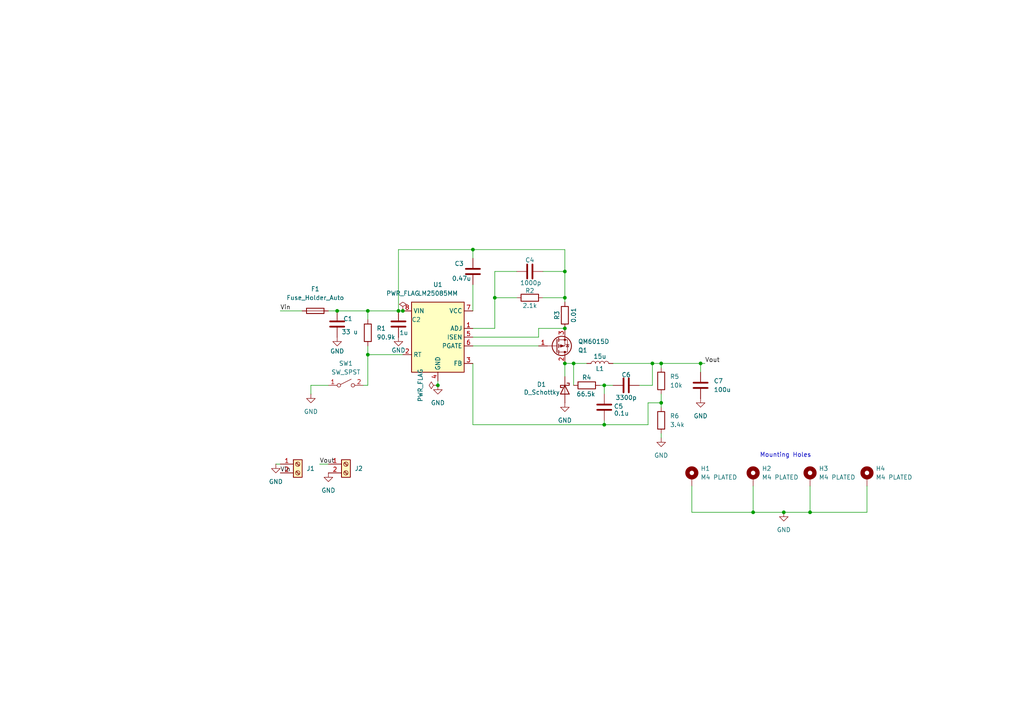
<source format=kicad_sch>
(kicad_sch (version 20250114) (generator "eeschema") (generator_version "9.0")
  (paper "A4")
  (lib_symbols
    (symbol "Device:C" (pin_numbers (hide yes)) (pin_names (offset 0.254))
      (property "Reference" "C" (at 0.635 2.54 0))
      (property "Value" "C" (at 0.635 -2.54 0))
      (symbol "C_0_1"
        (polyline (pts (xy -2.032 0.762) (xy 2.032 0.762)) (stroke (width 0.508)))
        (polyline (pts (xy -2.032 -0.762) (xy 2.032 -0.762)) (stroke (width 0.508)))
      )
      (symbol "C_1_1"
        (pin passive line (at 0 3.81 270) (length 2.794) (name "~") (number "1"))
        (pin passive line (at 0 -3.81 90) (length 2.794) (name "~") (number "2"))
      )
    )
    (symbol "Device:D_Schottky" (pin_numbers (hide yes)) (pin_names (offset 1.016) (hide yes))
      (property "Reference" "D" (at 0 2.54 0))
      (property "Value" "D_Schottky" (at 0 -2.54 0))
      (symbol "D_Schottky_0_1"
        (polyline (pts (xy -1.905 0.635) (xy -1.905 1.27) (xy -1.27 1.27) (xy -1.27 -1.27) (xy -0.635 -1.27) (xy -0.635 -0.635)) (stroke (width 0.254)))
        (polyline (pts (xy 1.27 1.27) (xy 1.27 -1.27) (xy -1.27 0) (xy 1.27 1.27)) (stroke (width 0.254)))
        (polyline (pts (xy 1.27 0) (xy -1.27 0)))
      )
      (symbol "D_Schottky_1_1"
        (pin passive line (at -3.81 0 0) (length 2.54) (name "K") (number "1"))
        (pin passive line (at 3.81 0 180) (length 2.54) (name "A") (number "2"))
      )
    )
    (symbol "Device:L" (pin_numbers (hide yes)) (pin_names (offset 1.016) (hide yes))
      (property "Reference" "L" (at -1.27 0 90))
      (property "Value" "L" (at 1.905 0 90))
      (symbol "L_0_1"
        (arc (start 0 2.54) (mid 0.6323 1.905) (end 0 1.27))
        (arc (start 0 1.27) (mid 0.6323 0.635) (end 0 0))
        (arc (start 0 0) (mid 0.6323 -0.635) (end 0 -1.27))
        (arc (start 0 -1.27) (mid 0.6323 -1.905) (end 0 -2.54))
      )
      (symbol "L_1_1"
        (pin passive line (at 0 3.81 270) (length 1.27) (name "1") (number "1"))
        (pin passive line (at 0 -3.81 90) (length 1.27) (name "2") (number "2"))
      )
    )
    (symbol "Modifications:LM25085MM_modified"
      (property "Reference" "U1" (at 0 15.24 0))
      (property "Value" "LM25085MM_modified" (at 0 12.7 0))
      (symbol "LM25085MM_modified_0_1"
        (rectangle (start -7.62 10.16) (end 7.62 -10.16) (stroke (width 0.254)) (fill (type background)))
      )
      (symbol "LM25085MM_modified_1_1"
        (pin power_in line (at -10.16 7.62 0) (length 2.54) (name "VIN") (number "8"))
        (pin input line (at -10.16 -5.08 0) (length 2.54) (name "RT") (number "2"))
        (pin power_in line (at 0 -12.7 90) (length 2.54) (name "GND") (number "4"))
        (pin power_out line (at 10.16 7.62 180) (length 2.54) (name "VCC") (number "7"))
        (pin input line (at 10.16 2.54 180) (length 2.54) (name "ADJ") (number "1"))
        (pin input line (at 10.16 0 180) (length 2.54) (name "ISEN") (number "5"))
        (pin output line (at 10.16 -2.54 180) (length 2.54) (name "PGATE") (number "6"))
        (pin input line (at 10.16 -7.62 180) (length 2.54) (name "FB") (number "3"))
      )
    )
    (symbol "Switch:SW_SPST" (pin_names (offset 0) (hide yes))
      (property "Reference" "SW" (at 0 3.175 0))
      (property "Value" "SW_SPST" (at 0 -2.54 0))
      (symbol "SW_SPST_0_0"
        (circle (center -2.032 0) (radius 0.508))
        (polyline (pts (xy -1.524 0.254) (xy 1.524 1.778)))
        (circle (center 2.032 0) (radius 0.508))
      )
      (symbol "SW_SPST_1_1"
        (pin passive line (at -5.08 0 0) (length 2.54) (name "A") (number "1"))
        (pin passive line (at 5.08 0 180) (length 2.54) (name "B") (number "2"))
      )
    )
    (symbol "Transistor_FET:QM6015D" (pin_names (hide yes))
      (property "Reference" "Q" (at 5.08 1.905 0))
      (property "Value" "QM6015D" (at 5.08 0 0))
      (symbol "QM6015D_0_1"
        (polyline (pts (xy 0.254 1.905) (xy 0.254 -1.905)) (stroke (width 0.254)))
        (polyline (pts (xy 0.254 0) (xy -2.54 0)))
        (polyline (pts (xy 0.762 2.286) (xy 0.762 1.27)) (stroke (width 0.254)))
        (polyline (pts (xy 0.762 1.778) (xy 3.302 1.778) (xy 3.302 -1.778) (xy 0.762 -1.778)))
        (polyline (pts (xy 0.762 0.508) (xy 0.762 -0.508)) (stroke (width 0.254)))
        (polyline (pts (xy 0.762 -1.27) (xy 0.762 -2.286)) (stroke (width 0.254)))
        (circle (center 1.651 0) (radius 2.794) (stroke (width 0.254)))
        (polyline (pts (xy 2.286 0) (xy 1.27 0.381) (xy 1.27 -0.381) (xy 2.286 0)) (fill (type outline)))
        (polyline (pts (xy 2.54 2.54) (xy 2.54 1.778)))
        (circle (center 2.54 1.778) (radius 0.254) (fill (type outline)))
        (circle (center 2.54 -1.778) (radius 0.254) (fill (type outline)))
        (polyline (pts (xy 2.54 -2.54) (xy 2.54 0) (xy 0.762 0)))
        (polyline (pts (xy 2.794 -0.508) (xy 2.921 -0.381) (xy 3.683 -0.381) (xy 3.81 -0.254)))
        (polyline (pts (xy 3.302 -0.381) (xy 2.921 0.254) (xy 3.683 0.254) (xy 3.302 -0.381)))
      )
      (symbol "QM6015D_1_1"
        (pin passive line (at -5.08 0 0) (length 2.54) (name "G") (number "1"))
        (pin passive line (at 2.54 5.08 270) (length 2.54) (name "D") (number "2"))
        (pin passive line (at 2.54 -5.08 90) (length 2.54) (name "S") (number "3"))
      )
    )
    (symbol "power:GND" (power) (pin_numbers (hide yes)) (pin_names (offset 0) (hide yes))
      (property "Value" "GND" (at 0 -3.81 0))
      (symbol "GND_0_1"
        (polyline (pts (xy 0 0) (xy 0 -1.27) (xy 1.27 -1.27) (xy 0 -2.54) (xy -1.27 -1.27) (xy 0 -1.27)))
      )
      (symbol "GND_1_1"
        (pin power_in line (at 0 0 270) (length 0) (name "~") (number "1"))
      )
    )
    (symbol "power:PWR_FLAG" (power) (pin_numbers (hide yes)) (pin_names (offset 0) (hide yes))
      (property "Value" "PWR_FLAG" (at 0 3.81 0))
      (symbol "PWR_FLAG_0_0"
        (pin power_out line (at 0 0 90) (length 0) (name "~") (number "1"))
      )
      (symbol "PWR_FLAG_0_1"
        (polyline (pts (xy 0 0) (xy 0 1.27) (xy -1.016 1.905) (xy 0 2.54) (xy 1.016 1.905) (xy 0 1.27)))
      )
    )
    (symbol "rsx_Capacitors:1u" (pin_numbers (hide yes)) (pin_names (offset 0.254))
      (property "Reference" "C" (at 0.635 2.54 0))
      (property "Value" "1u" (at 0.635 -2.54 0))
      (symbol "1u_0_1"
        (polyline (pts (xy -2.032 0.762) (xy 2.032 0.762)) (stroke (width 0.508)))
        (polyline (pts (xy -2.032 -0.762) (xy 2.032 -0.762)) (stroke (width 0.508)))
      )
      (symbol "1u_1_1"
        (pin passive line (at 0 3.81 270) (length 2.794) (name "~") (number "1"))
        (pin passive line (at 0 -3.81 90) (length 2.794) (name "~") (number "2"))
      )
    )
    (symbol "rsx_Resistors:0R00 1/10W" (pin_numbers (hide yes)) (pin_names (offset 0))
      (property "Reference" "R" (at 2.032 0 90))
      (property "Value" "0R00 1{slash}10W" (at 0 0 90))
      (symbol "0R00 1/10W_0_1"
        (rectangle (start -1.016 -2.54) (end 1.016 2.54) (stroke (width 0.254)))
      )
      (symbol "0R00 1/10W_1_1"
        (pin passive line (at 0 3.81 270) (length 1.27) (name "~") (number "1"))
        (pin passive line (at 0 -3.81 90) (length 1.27) (name "~") (number "2"))
      )
    )
    (symbol "rsx_fuses:Fuse_Holder_Auto" (pin_numbers (hide yes)) (pin_names (offset 0))
      (property "Reference" "F" (at 2.032 0 90))
      (property "Value" "Fuse_Holder_Auto" (at -1.905 0 90))
      (symbol "Fuse_Holder_Auto_0_1"
        (rectangle (start -0.762 2.54) (end 0.762 -2.54) (stroke (width 0.254)))
        (polyline (pts (xy 0 2.54) (xy 0 -2.54)))
      )
      (symbol "Fuse_Holder_Auto_1_1"
        (pin passive line (at 0 3.81 270) (length 1.27) (name "~") (number "1"))
        (pin passive line (at 0 -3.81 90) (length 1.27) (name "~") (number "2"))
      )
    )
    (symbol "rsx_header_screw:Screw_Terminal_2x5.08" (pin_names (offset 1.016) (hide yes))
      (property "Reference" "J" (at 0 2.54 0))
      (symbol "Screw_Terminal_2x5.08_1_1"
        (rectangle (start -1.27 1.27) (end 1.27 -3.81) (stroke (width 0.254)) (fill (type background)))
        (polyline (pts (xy -0.5334 0.3302) (xy 0.3302 -0.508)) (stroke (width 0.1524)))
        (polyline (pts (xy -0.5334 -2.2098) (xy 0.3302 -3.048)) (stroke (width 0.1524)))
        (polyline (pts (xy -0.3556 0.508) (xy 0.508 -0.3302)) (stroke (width 0.1524)))
        (polyline (pts (xy -0.3556 -2.032) (xy 0.508 -2.8702)) (stroke (width 0.1524)))
        (circle (center 0 0) (radius 0.635) (stroke (width 0.1524)))
        (circle (center 0 -2.54) (radius 0.635) (stroke (width 0.1524)))
        (pin passive line (at -5.08 0 0) (length 3.81) (name "Pin_1") (number "1"))
        (pin passive line (at -5.08 -2.54 0) (length 3.81) (name "Pin_2") (number "2"))
      )
    )
    (symbol "rsx_misc:M4 PLATED" (pin_numbers (hide yes)) (pin_names (offset 1.016) (hide yes)) (in_bom no)
      (property "Reference" "H" (at 0 6.35 0))
      (property "Value" "M4 PLATED" (at 0 4.445 0))
      (symbol "M4 PLATED_0_1"
        (circle (center 0 1.27) (radius 1.27) (stroke (width 1.27)))
      )
      (symbol "M4 PLATED_1_1"
        (pin input line (at 0 -2.54 90) (length 2.54) (name "1") (number "1"))
      )
    )
  )
  (text "Mounting Holes" (at 227.838 132.08 0) (effects (font (size 1.27 1.27))))
  (junction (at 163.83 86.36))
  (junction (at 166.37 105.41))
  (junction (at 97.79 90.17))
  (junction (at 191.77 116.84))
  (junction (at 218.44 148.59))
  (junction (at 137.16 72.39))
  (junction (at 189.23 105.41))
  (junction (at 143.51 86.36))
  (junction (at 234.95 148.59))
  (junction (at 191.77 105.41))
  (junction (at 127 111.76))
  (junction (at 227.33 148.59))
  (junction (at 163.83 95.25))
  (junction (at 106.68 90.17))
  (junction (at 175.26 111.76))
  (junction (at 163.83 78.74))
  (junction (at 115.57 90.17))
  (junction (at 116.84 90.17))
  (junction (at 106.68 102.87))
  (junction (at 203.2 105.41))
  (junction (at 175.26 123.19))
  (junction (at 163.83 105.41))
  (wire (pts (xy 143.51 86.36) (xy 143.51 95.25)))
  (wire (pts (xy 163.83 86.36) (xy 163.83 87.63)))
  (wire (pts (xy 106.68 102.87) (xy 116.84 102.87)))
  (wire (pts (xy 166.37 105.41) (xy 166.37 111.76)))
  (wire (pts (xy 97.79 90.17) (xy 106.68 90.17)))
  (wire (pts (xy 191.77 118.11) (xy 191.77 116.84)))
  (wire (pts (xy 137.16 72.39) (xy 163.83 72.39)))
  (wire (pts (xy 81.28 90.17) (xy 87.63 90.17)))
  (wire (pts (xy 115.57 90.17) (xy 115.57 72.39)))
  (wire (pts (xy 106.68 111.76) (xy 105.41 111.76)))
  (wire (pts (xy 203.2 105.41) (xy 204.47 105.41)))
  (wire (pts (xy 143.51 78.74) (xy 149.86 78.74)))
  (wire (pts (xy 251.46 148.59) (xy 251.46 140.97)))
  (wire (pts (xy 203.2 105.41) (xy 203.2 107.95)))
  (wire (pts (xy 95.25 90.17) (xy 97.79 90.17)))
  (wire (pts (xy 166.37 105.41) (xy 170.18 105.41)))
  (wire (pts (xy 218.44 148.59) (xy 227.33 148.59)))
  (wire (pts (xy 191.77 127) (xy 191.77 125.73)))
  (wire (pts (xy 173.99 111.76) (xy 175.26 111.76)))
  (wire (pts (xy 137.16 123.19) (xy 137.16 105.41)))
  (wire (pts (xy 191.77 105.41) (xy 203.2 105.41)))
  (wire (pts (xy 143.51 78.74) (xy 143.51 86.36)))
  (wire (pts (xy 106.68 90.17) (xy 115.57 90.17)))
  (wire (pts (xy 137.16 123.19) (xy 175.26 123.19)))
  (wire (pts (xy 163.83 105.41) (xy 163.83 109.22)))
  (wire (pts (xy 163.83 105.41) (xy 166.37 105.41)))
  (wire (pts (xy 92.71 134.62) (xy 95.25 134.62)))
  (wire (pts (xy 81.28 134.62) (xy 80.01 134.62)))
  (wire (pts (xy 175.26 121.92) (xy 175.26 123.19)))
  (wire (pts (xy 115.57 72.39) (xy 137.16 72.39)))
  (wire (pts (xy 106.68 100.33) (xy 106.68 102.87)))
  (wire (pts (xy 200.66 148.59) (xy 218.44 148.59)))
  (wire (pts (xy 137.16 100.33) (xy 156.21 100.33)))
  (wire (pts (xy 127 111.76) (xy 127 110.49)))
  (wire (pts (xy 156.21 95.25) (xy 163.83 95.25)))
  (wire (pts (xy 218.44 140.97) (xy 218.44 148.59)))
  (wire (pts (xy 90.17 111.76) (xy 90.17 114.3)))
  (wire (pts (xy 175.26 111.76) (xy 177.8 111.76)))
  (wire (pts (xy 137.16 95.25) (xy 143.51 95.25)))
  (wire (pts (xy 189.23 111.76) (xy 185.42 111.76)))
  (wire (pts (xy 189.23 105.41) (xy 191.77 105.41)))
  (wire (pts (xy 143.51 86.36) (xy 149.86 86.36)))
  (wire (pts (xy 137.16 97.79) (xy 156.21 97.79)))
  (wire (pts (xy 163.83 78.74) (xy 163.83 86.36)))
  (wire (pts (xy 106.68 102.87) (xy 106.68 111.76)))
  (wire (pts (xy 157.48 78.74) (xy 163.83 78.74)))
  (wire (pts (xy 187.96 123.19) (xy 187.96 116.84)))
  (wire (pts (xy 175.26 123.19) (xy 187.96 123.19)))
  (wire (pts (xy 137.16 72.39) (xy 137.16 74.93)))
  (wire (pts (xy 177.8 105.41) (xy 189.23 105.41)))
  (wire (pts (xy 137.16 82.55) (xy 137.16 90.17)))
  (wire (pts (xy 175.26 111.76) (xy 175.26 114.3)))
  (wire (pts (xy 116.84 90.17) (xy 115.57 90.17)))
  (wire (pts (xy 191.77 116.84) (xy 191.77 114.3)))
  (wire (pts (xy 189.23 105.41) (xy 189.23 111.76)))
  (wire (pts (xy 157.48 86.36) (xy 163.83 86.36)))
  (wire (pts (xy 187.96 116.84) (xy 191.77 116.84)))
  (wire (pts (xy 95.25 111.76) (xy 90.17 111.76)))
  (wire (pts (xy 200.66 140.97) (xy 200.66 148.59)))
  (wire (pts (xy 156.21 97.79) (xy 156.21 95.25)))
  (wire (pts (xy 227.33 148.59) (xy 234.95 148.59)))
  (wire (pts (xy 234.95 140.97) (xy 234.95 148.59)))
  (wire (pts (xy 106.68 90.17) (xy 106.68 92.71)))
  (wire (pts (xy 191.77 105.41) (xy 191.77 106.68)))
  (wire (pts (xy 163.83 72.39) (xy 163.83 78.74)))
  (wire (pts (xy 234.95 148.59) (xy 251.46 148.59)))
  (label "Vin" (at 81.28 137.16 0))
  (label "Vout" (at 204.47 105.41 0))
  (label "Vin" (at 81.28 90.17 0))
  (label "Vout" (at 92.71 134.62 0))
  (symbol (lib_id "power:GND") (at 127 111.76 0) (unit 1)
    (property "Reference" "#PWR06" (effects (hide yes)))
    (property "Value" "GND" (at 127 116.84 0))
    (property "Description" "Power symbol creates a global label with name \"GND\" , ground" (effects (hide yes)))
  )
  (symbol (lib_id "Transistor_FET:QM6015D") (at 161.29 100.33 0) (mirror x) (unit 1)
    (property "Reference" "Q1" (at 167.64 101.6001 0) (effects (justify left)))
    (property "Value" "QM6015D" (at 167.64 99.0601 0) (effects (justify left)))
    (property "Footprint" "Package_TO_SOT_SMD:TO-252-2" (effects (hide yes)))
    (property "Datasheet" "http://www.jaolen.com/images/pdf/QM6015D.pdf" (effects (hide yes)))
    (property "Description" "-35A Id, -60V Vds, P-Channel Power MOSFET, 25mOhm Ron, 25.0nC Qg (typ), TO252" (effects (hide yes)))
  )
  (symbol (lib_id "Device:C") (at 203.2 111.76 0) (unit 1)
    (property "Reference" "C7" (at 207.01 110.4899 0) (effects (justify left)))
    (property "Value" "100u" (at 207.01 113.0299 0) (effects (justify left)))
    (property "Footprint" "Capacitor_SMD:C_Elec_10x10.2" (effects (hide yes)))
    (property "Description" "Unpolarized capacitor" (effects (hide yes)))
  )
  (symbol (lib_id "power:PWR_FLAG") (at 127 111.76 90) (unit 1)
    (property "Reference" "#FLG02" (effects (hide yes)))
    (property "Value" "PWR_FLAG" (at 121.92 111.76 0))
    (property "Description" "Special symbol for telling ERC where power comes from" (effects (hide yes)))
  )
  (symbol (lib_id "power:GND") (at 163.83 116.84 0) (unit 1)
    (property "Reference" "#PWR07" (effects (hide yes)))
    (property "Value" "GND" (at 163.83 121.92 0))
    (property "Description" "Power symbol creates a global label with name \"GND\" , ground" (effects (hide yes)))
  )
  (symbol (lib_id "Switch:SW_SPST") (at 100.33 111.76 0) (unit 1)
    (property "Reference" "SW1" (at 100.33 105.41 0))
    (property "Value" "SW_SPST" (at 100.33 107.95 0))
    (property "Footprint" "Connector_PinHeader_2.54mm:PinHeader_1x02_P2.54mm_Vertical" (effects (hide yes)))
    (property "Description" "Single Pole Single Throw (SPST) switch" (effects (hide yes)))
  )
  (symbol (lib_id "rsx_Resistors:0R00 1/10W") (at 163.83 91.44 180) (unit 1)
    (property "Reference" "R3" (at 161.544 91.44 90))
    (property "Value" "0.01" (at 166.37 91.44 90))
    (property "Footprint" "rsx_resistors:R_0805_2012Metric" (effects (hide yes)))
    (property "Description" "RES 0 OHM JUMPER 1/10W 0603" (effects (hide yes)))
    (property "MFR" "Stackpole Electronics Inc" (effects (hide yes)))
    (property "DPN" "RMCF0603ZT0R00CT-ND" (effects (hide yes)))
    (property "MPN" "RMCF0603ZT0R00" (effects (hide yes)))
  )
  (symbol (lib_id "power:GND") (at 97.79 97.79 0) (unit 1)
    (property "Reference" "#PWR04" (effects (hide yes)))
    (property "Value" "GND" (at 97.79 101.854 0))
    (property "Description" "Power symbol creates a global label with name \"GND\" , ground" (effects (hide yes)))
  )
  (symbol (lib_id "power:GND") (at 191.77 127 0) (unit 1)
    (property "Reference" "#PWR08" (effects (hide yes)))
    (property "Value" "GND" (at 191.77 132.08 0))
    (property "Description" "Power symbol creates a global label with name \"GND\" , ground" (effects (hide yes)))
  )
  (symbol (lib_id "Device:C") (at 97.79 93.98 0) (unit 1)
    (property "Reference" "C1" (at 99.568 92.456 0) (effects (justify left)))
    (property "Value" "33 u" (at 99.06 96.266 0) (effects (justify left)))
    (property "Footprint" "Capacitor_SMD:C_Elec_10x10.2" (effects (hide yes)))
    (property "Description" "Unpolarized capacitor" (effects (hide yes)))
  )
  (symbol (lib_id "power:PWR_FLAG") (at 116.84 90.17 0) (unit 1)
    (property "Reference" "#FLG01" (effects (hide yes)))
    (property "Value" "PWR_FLAG" (at 116.84 85.09 0))
    (property "Description" "Special symbol for telling ERC where power comes from" (effects (hide yes)))
  )
  (symbol (lib_id "rsx_Capacitors:1u") (at 175.26 118.11 0) (unit 1)
    (property "Reference" "C5" (at 178.054 117.856 0) (effects (justify left)))
    (property "Value" "0.1u" (at 178.054 119.888 0) (effects (justify left)))
    (property "Footprint" "rsx_capacitors:C_0805_2012Metric" (effects (hide yes)))
    (property "Description" "CAP CER 1UF 50V X7R 0805" (effects (hide yes)))
    (property "MFR" "Samsung Electro-Mechanics" (effects (hide yes)))
    (property "DPN" "1276-1029-1-ND" (effects (hide yes)))
    (property "MPN" "CL21B105KBFNNNE" (effects (hide yes)))
  )
  (symbol (lib_id "rsx_Capacitors:1u") (at 153.67 78.74 270) (unit 1)
    (property "Reference" "C4" (at 153.67 75.438 90))
    (property "Value" "1000p" (at 153.924 82.042 90))
    (property "Footprint" "rsx_capacitors:C_0805_2012Metric" (effects (hide yes)))
    (property "Description" "CAP CER 1UF 50V X7R 0805" (effects (hide yes)))
    (property "MFR" "Samsung Electro-Mechanics" (effects (hide yes)))
    (property "DPN" "1276-1029-1-ND" (effects (hide yes)))
    (property "MPN" "CL21B105KBFNNNE" (effects (hide yes)))
  )
  (symbol (lib_id "rsx_misc:M4 PLATED") (at 251.46 138.43 0) (unit 1) (in_bom no)
    (property "Reference" "H4" (at 254 135.8899 0) (effects (justify left)))
    (property "Value" "M4 PLATED" (at 254 138.4299 0) (effects (justify left)))
    (property "Footprint" "rsx_misc:MountingHole_4.5mm_Pad_Via" (effects (hide yes)))
    (property "Description" "Mounting Hole with connection M4" (effects (hide yes)))
  )
  (symbol (lib_id "Modifications:LM25085MM_modified") (at 127 97.79 0) (unit 1)
    (property "Reference" "U1" (at 127 82.55 0))
    (property "Value" "LM25085MM" (at 127 85.09 0))
    (property "Footprint" "rsx_packages_SO:MSOP-8_3x3mm_P0.65mm_DL" (effects (hide yes)))
    (property "Datasheet" "http://www.ti.com/lit/ds/symlink/lm25085.pdf" (effects (hide yes)))
    (property "Description" "42V Constant On-Time PFET Buck Switching Controller, MSOP-8" (effects (hide yes)))
  )
  (symbol (lib_id "Device:L") (at 173.99 105.41 90) (unit 1)
    (property "Reference" "L1" (at 173.99 106.934 90))
    (property "Value" "15u" (at 173.99 103.378 90))
    (property "Footprint" "Inductor_SMD:L_Coilcraft_XAL1350-XXX" (effects (hide yes)))
    (property "Description" "Inductor" (effects (hide yes)))
  )
  (symbol (lib_id "Device:C") (at 137.16 78.74 0) (unit 1)
    (property "Reference" "C3" (at 131.826 76.454 0) (effects (justify left)))
    (property "Value" "0.47u" (at 131.064 80.772 0) (effects (justify left)))
    (property "Footprint" "Capacitor_SMD:C_Elec_10x10.2" (effects (hide yes)))
    (property "Description" "Unpolarized capacitor" (effects (hide yes)))
  )
  (symbol (lib_id "power:GND") (at 203.2 115.57 0) (unit 1)
    (property "Reference" "#PWR09" (effects (hide yes)))
    (property "Value" "GND" (at 203.2 120.65 0))
    (property "Description" "Power symbol creates a global label with name \"GND\" , ground" (effects (hide yes)))
  )
  (symbol (lib_id "rsx_Capacitors:1u") (at 181.61 111.76 90) (unit 1)
    (property "Reference" "C6" (at 181.61 108.712 90))
    (property "Value" "3300p" (at 181.61 115.316 90))
    (property "Footprint" "rsx_capacitors:C_0805_2012Metric" (effects (hide yes)))
    (property "Description" "CAP CER 1UF 50V X7R 0805" (effects (hide yes)))
    (property "MFR" "Samsung Electro-Mechanics" (effects (hide yes)))
    (property "DPN" "1276-1029-1-ND" (effects (hide yes)))
    (property "MPN" "CL21B105KBFNNNE" (effects (hide yes)))
  )
  (symbol (lib_id "rsx_misc:M4 PLATED") (at 234.95 138.43 0) (unit 1) (in_bom no)
    (property "Reference" "H3" (at 237.49 135.8899 0) (effects (justify left)))
    (property "Value" "M4 PLATED" (at 237.49 138.4299 0) (effects (justify left)))
    (property "Footprint" "rsx_misc:MountingHole_4.5mm_Pad_Via" (effects (hide yes)))
    (property "Description" "Mounting Hole with connection M4" (effects (hide yes)))
  )
  (symbol (lib_id "rsx_header_screw:Screw_Terminal_2x5.08") (at 86.36 134.62 0) (unit 1)
    (property "Reference" "J1" (at 88.9 135.8899 0) (effects (justify left)))
    (property "Value" "Screw_Terminal_2x5.08" (effects (hide yes)))
    (property "Footprint" "rsx_headers_screw:Molex_0398800302" (effects (hide yes)))
    (property "Description" "TERM BLK 2P SIDE ENT 5.08MM PCB" (effects (hide yes)))
    (property "MFR" "Molex" (effects (hide yes)))
    (property "DPN" "WM4393-ND" (effects (hide yes)))
    (property "MPN" "398800302" (effects (hide yes)))
  )
  (symbol (lib_id "power:GND") (at 115.57 97.79 0) (unit 1)
    (property "Reference" "#PWR05" (effects (hide yes)))
    (property "Value" "GND" (at 115.57 101.6 0))
    (property "Description" "Power symbol creates a global label with name \"GND\" , ground" (effects (hide yes)))
  )
  (symbol (lib_id "rsx_fuses:Fuse_Holder_Auto") (at 91.44 90.17 90) (unit 1)
    (property "Reference" "F1" (at 91.44 83.82 90))
    (property "Value" "Fuse_Holder_Auto" (at 91.44 86.36 90))
    (property "Footprint" "rsx_fuses:FUSE_3568-10" (effects (hide yes)))
    (property "Description" "Fuse Holder 30 A 500V 1 Circuit Blade Through Hole" (effects (hide yes)))
    (property "MFR" "Keystone Electronics" (effects (hide yes)))
    (property "DPN" "36-3568-10-ND" (effects (hide yes)))
    (property "MPN" "3568-10" (effects (hide yes)))
  )
  (symbol (lib_id "rsx_Resistors:0R00 1/10W") (at 153.67 86.36 270) (unit 1)
    (property "Reference" "R2" (at 153.67 84.328 90))
    (property "Value" "2.1k" (at 153.67 88.646 90))
    (property "Footprint" "rsx_resistors:R_0805_2012Metric" (effects (hide yes)))
    (property "Description" "RES 0 OHM JUMPER 1/10W 0603" (effects (hide yes)))
    (property "MFR" "Stackpole Electronics Inc" (effects (hide yes)))
    (property "DPN" "RMCF0603ZT0R00CT-ND" (effects (hide yes)))
    (property "MPN" "RMCF0603ZT0R00" (effects (hide yes)))
  )
  (symbol (lib_id "rsx_Resistors:0R00 1/10W") (at 191.77 121.92 0) (unit 1)
    (property "Reference" "R6" (at 194.31 120.6499 0) (effects (justify left)))
    (property "Value" "3.4k" (at 194.31 123.1899 0) (effects (justify left)))
    (property "Footprint" "rsx_resistors:R_0805_2012Metric" (effects (hide yes)))
    (property "Description" "RES 0 OHM JUMPER 1/10W 0603" (effects (hide yes)))
    (property "MFR" "Stackpole Electronics Inc" (effects (hide yes)))
    (property "DPN" "RMCF0603ZT0R00CT-ND" (effects (hide yes)))
    (property "MPN" "RMCF0603ZT0R00" (effects (hide yes)))
  )
  (symbol (lib_id "Device:D_Schottky") (at 163.83 113.03 270) (unit 1)
    (property "Reference" "D1" (at 155.702 111.506 90) (effects (justify left)))
    (property "Value" "D_Schottky" (at 151.892 113.792 90) (effects (justify left)))
    (property "Footprint" "Diode_SMD:D_SMA" (effects (hide yes)))
    (property "Description" "Schottky diode" (effects (hide yes)))
  )
  (symbol (lib_id "power:GND") (at 227.33 148.59 0) (unit 1)
    (property "Reference" "#PWR010" (effects (hide yes)))
    (property "Value" "GND" (at 227.33 153.67 0))
    (property "Description" "Power symbol creates a global label with name \"GND\" , ground" (effects (hide yes)))
  )
  (symbol (lib_id "power:GND") (at 90.17 114.3 0) (unit 1)
    (property "Reference" "#PWR02" (effects (hide yes)))
    (property "Value" "GND" (at 90.17 119.38 0))
    (property "Description" "Power symbol creates a global label with name \"GND\" , ground" (effects (hide yes)))
  )
  (symbol (lib_id "rsx_header_screw:Screw_Terminal_2x5.08") (at 100.33 134.62 0) (unit 1)
    (property "Reference" "J2" (at 102.87 135.8899 0) (effects (justify left)))
    (property "Value" "Screw_Terminal_2x5.08" (effects (hide yes)))
    (property "Footprint" "rsx_headers_screw:Molex_0398800302" (effects (hide yes)))
    (property "Description" "TERM BLK 2P SIDE ENT 5.08MM PCB" (effects (hide yes)))
    (property "MFR" "Molex" (effects (hide yes)))
    (property "DPN" "WM4393-ND" (effects (hide yes)))
    (property "MPN" "398800302" (effects (hide yes)))
  )
  (symbol (lib_id "rsx_Resistors:0R00 1/10W") (at 191.77 110.49 0) (unit 1)
    (property "Reference" "R5" (at 194.31 109.2199 0) (effects (justify left)))
    (property "Value" "10k" (at 194.31 111.7599 0) (effects (justify left)))
    (property "Footprint" "rsx_resistors:R_0805_2012Metric" (effects (hide yes)))
    (property "Description" "RES 0 OHM JUMPER 1/10W 0603" (effects (hide yes)))
    (property "MFR" "Stackpole Electronics Inc" (effects (hide yes)))
    (property "DPN" "RMCF0603ZT0R00CT-ND" (effects (hide yes)))
    (property "MPN" "RMCF0603ZT0R00" (effects (hide yes)))
  )
  (symbol (lib_id "power:GND") (at 80.01 134.62 0) (unit 1)
    (property "Reference" "#PWR01" (effects (hide yes)))
    (property "Value" "GND" (at 80.01 139.7 0))
    (property "Description" "Power symbol creates a global label with name \"GND\" , ground" (effects (hide yes)))
  )
  (symbol (lib_id "rsx_Resistors:0R00 1/10W") (at 170.18 111.76 90) (unit 1)
    (property "Reference" "R4" (at 170.18 109.474 90))
    (property "Value" "66.5k" (at 169.926 114.3 90))
    (property "Footprint" "rsx_resistors:R_0805_2012Metric" (effects (hide yes)))
    (property "Description" "RES 0 OHM JUMPER 1/10W 0603" (effects (hide yes)))
    (property "MFR" "Stackpole Electronics Inc" (effects (hide yes)))
    (property "DPN" "RMCF0603ZT0R00CT-ND" (effects (hide yes)))
    (property "MPN" "RMCF0603ZT0R00" (effects (hide yes)))
  )
  (symbol (lib_id "rsx_Capacitors:1u") (at 115.57 93.98 0) (unit 1)
    (property "Reference" "C2" (at 119.38 92.7099 0) (effects (justify left)))
    (property "Value" "1u" (at 115.824 96.52 0) (effects (justify left)))
    (property "Footprint" "rsx_capacitors:C_0805_2012Metric" (effects (hide yes)))
    (property "Description" "CAP CER 1UF 50V X7R 0805" (effects (hide yes)))
    (property "MFR" "Samsung Electro-Mechanics" (effects (hide yes)))
    (property "DPN" "1276-1029-1-ND" (effects (hide yes)))
    (property "MPN" "CL21B105KBFNNNE" (effects (hide yes)))
  )
  (symbol (lib_id "power:GND") (at 95.25 137.16 0) (unit 1)
    (property "Reference" "#PWR03" (effects (hide yes)))
    (property "Value" "GND" (at 95.25 142.24 0))
    (property "Description" "Power symbol creates a global label with name \"GND\" , ground" (effects (hide yes)))
  )
  (symbol (lib_id "rsx_Resistors:0R00 1/10W") (at 106.68 96.52 180) (unit 1)
    (property "Reference" "R1" (at 109.22 95.2499 0) (effects (justify right)))
    (property "Value" "90.9k" (at 109.22 97.7899 0) (effects (justify right)))
    (property "Footprint" "rsx_resistors:R_0805_2012Metric" (effects (hide yes)))
    (property "Description" "RES 0 OHM JUMPER 1/10W 0603" (effects (hide yes)))
    (property "MFR" "Stackpole Electronics Inc" (effects (hide yes)))
    (property "DPN" "RMCF0603ZT0R00CT-ND" (effects (hide yes)))
    (property "MPN" "RMCF0603ZT0R00" (effects (hide yes)))
  )
  (symbol (lib_id "rsx_misc:M4 PLATED") (at 200.66 138.43 0) (unit 1) (in_bom no)
    (property "Reference" "H1" (at 203.2 135.8899 0) (effects (justify left)))
    (property "Value" "M4 PLATED" (at 203.2 138.4299 0) (effects (justify left)))
    (property "Footprint" "rsx_misc:MountingHole_4.5mm_Pad_Via" (effects (hide yes)))
    (property "Description" "Mounting Hole with connection M4" (effects (hide yes)))
  )
  (symbol (lib_id "rsx_misc:M4 PLATED") (at 218.44 138.43 0) (unit 1) (in_bom no)
    (property "Reference" "H2" (at 220.98 135.8899 0) (effects (justify left)))
    (property "Value" "M4 PLATED" (at 220.98 138.4299 0) (effects (justify left)))
    (property "Footprint" "rsx_misc:MountingHole_4.5mm_Pad_Via" (effects (hide yes)))
    (property "Description" "Mounting Hole with connection M4" (effects (hide yes)))
  )
)
</source>
